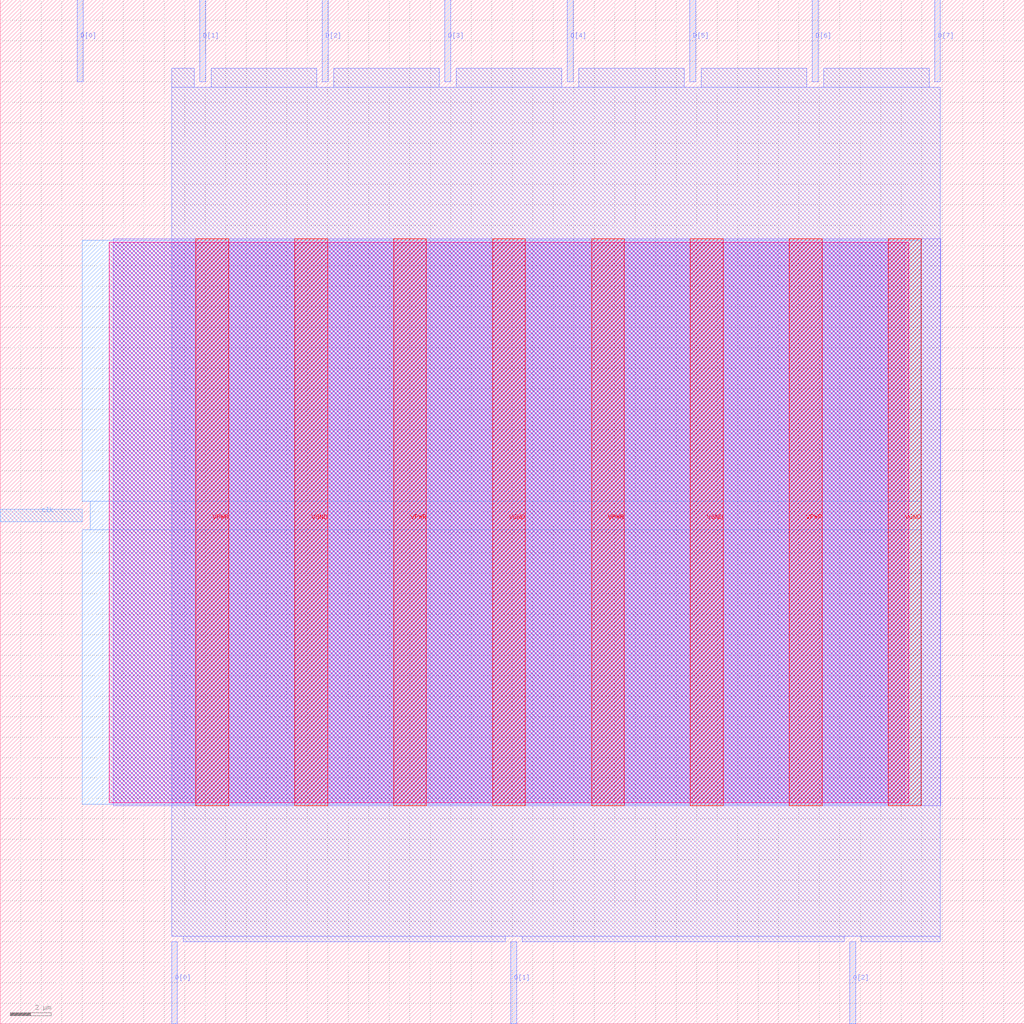
<source format=lef>
VERSION 5.7 ;
  NOWIREEXTENSIONATPIN ON ;
  DIVIDERCHAR "/" ;
  BUSBITCHARS "[]" ;
MACRO priority_encoder
  CLASS BLOCK ;
  FOREIGN priority_encoder ;
  ORIGIN 0.000 0.000 ;
  SIZE 50.000 BY 50.000 ;
  PIN D[0]
    DIRECTION INPUT ;
    USE SIGNAL ;
    PORT
      LAYER met2 ;
        RECT 3.770 46.000 4.050 50.000 ;
    END
  END D[0]
  PIN D[1]
    DIRECTION INPUT ;
    USE SIGNAL ;
    ANTENNAGATEAREA 0.196500 ;
    PORT
      LAYER met2 ;
        RECT 9.750 46.000 10.030 50.000 ;
    END
  END D[1]
  PIN D[2]
    DIRECTION INPUT ;
    USE SIGNAL ;
    ANTENNAGATEAREA 0.196500 ;
    PORT
      LAYER met2 ;
        RECT 15.730 46.000 16.010 50.000 ;
    END
  END D[2]
  PIN D[3]
    DIRECTION INPUT ;
    USE SIGNAL ;
    ANTENNAGATEAREA 0.196500 ;
    PORT
      LAYER met2 ;
        RECT 21.710 46.000 21.990 50.000 ;
    END
  END D[3]
  PIN D[4]
    DIRECTION INPUT ;
    USE SIGNAL ;
    ANTENNAGATEAREA 0.196500 ;
    PORT
      LAYER met2 ;
        RECT 27.690 46.000 27.970 50.000 ;
    END
  END D[4]
  PIN D[5]
    DIRECTION INPUT ;
    USE SIGNAL ;
    ANTENNAGATEAREA 0.196500 ;
    PORT
      LAYER met2 ;
        RECT 33.670 46.000 33.950 50.000 ;
    END
  END D[5]
  PIN D[6]
    DIRECTION INPUT ;
    USE SIGNAL ;
    ANTENNAGATEAREA 0.196500 ;
    PORT
      LAYER met2 ;
        RECT 39.650 46.000 39.930 50.000 ;
    END
  END D[6]
  PIN D[7]
    DIRECTION INPUT ;
    USE SIGNAL ;
    ANTENNAGATEAREA 0.196500 ;
    PORT
      LAYER met2 ;
        RECT 45.630 46.000 45.910 50.000 ;
    END
  END D[7]
  PIN O[0]
    DIRECTION OUTPUT ;
    USE SIGNAL ;
    ANTENNADIFFAREA 0.445500 ;
    PORT
      LAYER met2 ;
        RECT 8.370 0.000 8.650 4.000 ;
    END
  END O[0]
  PIN O[1]
    DIRECTION OUTPUT ;
    USE SIGNAL ;
    ANTENNADIFFAREA 0.445500 ;
    PORT
      LAYER met2 ;
        RECT 24.930 0.000 25.210 4.000 ;
    END
  END O[1]
  PIN O[2]
    DIRECTION OUTPUT ;
    USE SIGNAL ;
    ANTENNADIFFAREA 0.445500 ;
    PORT
      LAYER met2 ;
        RECT 41.490 0.000 41.770 4.000 ;
    END
  END O[2]
  PIN VGND
    DIRECTION INOUT ;
    USE GROUND ;
    PORT
      LAYER met4 ;
        RECT 14.380 10.640 15.980 38.320 ;
    END
    PORT
      LAYER met4 ;
        RECT 24.040 10.640 25.640 38.320 ;
    END
    PORT
      LAYER met4 ;
        RECT 33.700 10.640 35.300 38.320 ;
    END
    PORT
      LAYER met4 ;
        RECT 43.360 10.640 44.960 38.320 ;
    END
  END VGND
  PIN VPWR
    DIRECTION INOUT ;
    USE POWER ;
    PORT
      LAYER met4 ;
        RECT 9.550 10.640 11.150 38.320 ;
    END
    PORT
      LAYER met4 ;
        RECT 19.210 10.640 20.810 38.320 ;
    END
    PORT
      LAYER met4 ;
        RECT 28.870 10.640 30.470 38.320 ;
    END
    PORT
      LAYER met4 ;
        RECT 38.530 10.640 40.130 38.320 ;
    END
  END VPWR
  PIN clk
    DIRECTION INPUT ;
    USE SIGNAL ;
    ANTENNAGATEAREA 0.852000 ;
    PORT
      LAYER met3 ;
        RECT 0.000 24.520 4.000 25.120 ;
    END
  END clk
  OBS
      LAYER nwell ;
        RECT 5.330 10.795 44.350 38.165 ;
      LAYER li1 ;
        RECT 5.520 10.795 44.160 38.165 ;
      LAYER met1 ;
        RECT 5.520 10.640 45.930 38.320 ;
      LAYER met2 ;
        RECT 8.380 45.720 9.470 46.650 ;
        RECT 10.310 45.720 15.450 46.650 ;
        RECT 16.290 45.720 21.430 46.650 ;
        RECT 22.270 45.720 27.410 46.650 ;
        RECT 28.250 45.720 33.390 46.650 ;
        RECT 34.230 45.720 39.370 46.650 ;
        RECT 40.210 45.720 45.350 46.650 ;
        RECT 8.380 4.280 45.900 45.720 ;
        RECT 8.930 4.000 24.650 4.280 ;
        RECT 25.490 4.000 41.210 4.280 ;
        RECT 42.050 4.000 45.900 4.280 ;
      LAYER met3 ;
        RECT 4.000 25.520 44.950 38.245 ;
        RECT 4.400 24.120 44.950 25.520 ;
        RECT 4.000 10.715 44.950 24.120 ;
  END
END priority_encoder
END LIBRARY


</source>
